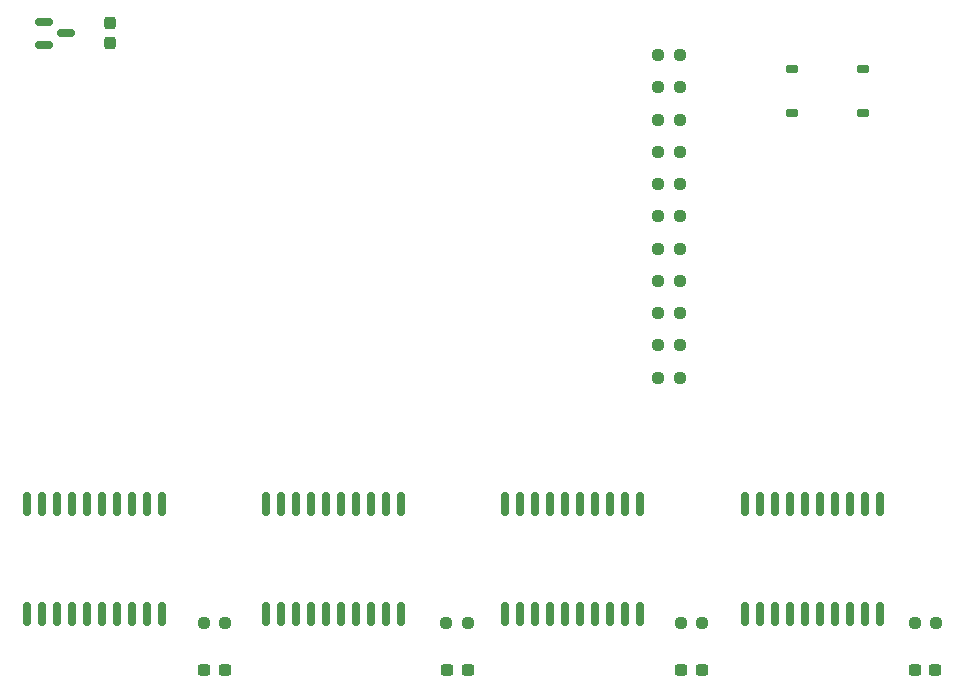
<source format=gbr>
%TF.GenerationSoftware,KiCad,Pcbnew,7.0.10-1.fc39*%
%TF.CreationDate,2024-01-29T11:06:26+02:00*%
%TF.ProjectId,AppleVGA,4170706c-6556-4474-912e-6b696361645f,B*%
%TF.SameCoordinates,Original*%
%TF.FileFunction,Paste,Top*%
%TF.FilePolarity,Positive*%
%FSLAX46Y46*%
G04 Gerber Fmt 4.6, Leading zero omitted, Abs format (unit mm)*
G04 Created by KiCad (PCBNEW 7.0.10-1.fc39) date 2024-01-29 11:06:26*
%MOMM*%
%LPD*%
G01*
G04 APERTURE LIST*
G04 Aperture macros list*
%AMRoundRect*
0 Rectangle with rounded corners*
0 $1 Rounding radius*
0 $2 $3 $4 $5 $6 $7 $8 $9 X,Y pos of 4 corners*
0 Add a 4 corners polygon primitive as box body*
4,1,4,$2,$3,$4,$5,$6,$7,$8,$9,$2,$3,0*
0 Add four circle primitives for the rounded corners*
1,1,$1+$1,$2,$3*
1,1,$1+$1,$4,$5*
1,1,$1+$1,$6,$7*
1,1,$1+$1,$8,$9*
0 Add four rect primitives between the rounded corners*
20,1,$1+$1,$2,$3,$4,$5,0*
20,1,$1+$1,$4,$5,$6,$7,0*
20,1,$1+$1,$6,$7,$8,$9,0*
20,1,$1+$1,$8,$9,$2,$3,0*%
G04 Aperture macros list end*
%ADD10RoundRect,0.237500X-0.250000X-0.237500X0.250000X-0.237500X0.250000X0.237500X-0.250000X0.237500X0*%
%ADD11RoundRect,0.237500X0.237500X-0.287500X0.237500X0.287500X-0.237500X0.287500X-0.237500X-0.287500X0*%
%ADD12RoundRect,0.187500X-0.312500X-0.187500X0.312500X-0.187500X0.312500X0.187500X-0.312500X0.187500X0*%
%ADD13RoundRect,0.150000X-0.150000X0.875000X-0.150000X-0.875000X0.150000X-0.875000X0.150000X0.875000X0*%
%ADD14RoundRect,0.237500X0.300000X0.237500X-0.300000X0.237500X-0.300000X-0.237500X0.300000X-0.237500X0*%
%ADD15RoundRect,0.237500X0.250000X0.237500X-0.250000X0.237500X-0.250000X-0.237500X0.250000X-0.237500X0*%
%ADD16RoundRect,0.150000X-0.587500X-0.150000X0.587500X-0.150000X0.587500X0.150000X-0.587500X0.150000X0*%
G04 APERTURE END LIST*
D10*
%TO.C,R6*%
X139192000Y-82867500D03*
X141017000Y-82867500D03*
%TD*%
%TO.C,R7*%
X139192000Y-85598000D03*
X141017000Y-85598000D03*
%TD*%
%TO.C,R14*%
X139192000Y-74676000D03*
X141017000Y-74676000D03*
%TD*%
%TO.C,R13*%
X139192000Y-71945500D03*
X141017000Y-71945500D03*
%TD*%
%TO.C,R11*%
X139192000Y-96520000D03*
X141017000Y-96520000D03*
%TD*%
%TO.C,R12*%
X139192000Y-99250500D03*
X141017000Y-99250500D03*
%TD*%
%TO.C,R10*%
X139192000Y-93789500D03*
X141017000Y-93789500D03*
%TD*%
%TO.C,R8*%
X139192000Y-88328500D03*
X141017000Y-88328500D03*
%TD*%
%TO.C,R9*%
X139192000Y-91059000D03*
X141017000Y-91059000D03*
%TD*%
D11*
%TO.C,D1*%
X92760085Y-70956500D03*
X92760085Y-69206500D03*
%TD*%
D12*
%TO.C,SW1*%
X150514800Y-73090800D03*
X156514800Y-73090800D03*
X150514800Y-76840800D03*
X156514800Y-76840800D03*
%TD*%
D13*
%TO.C,U1*%
X137668000Y-109954800D03*
X136398000Y-109954800D03*
X135128000Y-109954800D03*
X133858000Y-109954800D03*
X132588000Y-109954800D03*
X131318000Y-109954800D03*
X130048000Y-109954800D03*
X128778000Y-109954800D03*
X127508000Y-109954800D03*
X126238000Y-109954800D03*
X126238000Y-119254800D03*
X127508000Y-119254800D03*
X128778000Y-119254800D03*
X130048000Y-119254800D03*
X131318000Y-119254800D03*
X132588000Y-119254800D03*
X133858000Y-119254800D03*
X135128000Y-119254800D03*
X136398000Y-119254800D03*
X137668000Y-119254800D03*
%TD*%
%TO.C,U3*%
X97129600Y-109954800D03*
X95859600Y-109954800D03*
X94589600Y-109954800D03*
X93319600Y-109954800D03*
X92049600Y-109954800D03*
X90779600Y-109954800D03*
X89509600Y-109954800D03*
X88239600Y-109954800D03*
X86969600Y-109954800D03*
X85699600Y-109954800D03*
X85699600Y-119254800D03*
X86969600Y-119254800D03*
X88239600Y-119254800D03*
X89509600Y-119254800D03*
X90779600Y-119254800D03*
X92049600Y-119254800D03*
X93319600Y-119254800D03*
X94589600Y-119254800D03*
X95859600Y-119254800D03*
X97129600Y-119254800D03*
%TD*%
%TO.C,U2*%
X117398800Y-109954800D03*
X116128800Y-109954800D03*
X114858800Y-109954800D03*
X113588800Y-109954800D03*
X112318800Y-109954800D03*
X111048800Y-109954800D03*
X109778800Y-109954800D03*
X108508800Y-109954800D03*
X107238800Y-109954800D03*
X105968800Y-109954800D03*
X105968800Y-119254800D03*
X107238800Y-119254800D03*
X108508800Y-119254800D03*
X109778800Y-119254800D03*
X111048800Y-119254800D03*
X112318800Y-119254800D03*
X113588800Y-119254800D03*
X114858800Y-119254800D03*
X116128800Y-119254800D03*
X117398800Y-119254800D03*
%TD*%
%TO.C,U4*%
X157937200Y-109954800D03*
X156667200Y-109954800D03*
X155397200Y-109954800D03*
X154127200Y-109954800D03*
X152857200Y-109954800D03*
X151587200Y-109954800D03*
X150317200Y-109954800D03*
X149047200Y-109954800D03*
X147777200Y-109954800D03*
X146507200Y-109954800D03*
X146507200Y-119254800D03*
X147777200Y-119254800D03*
X149047200Y-119254800D03*
X150317200Y-119254800D03*
X151587200Y-119254800D03*
X152857200Y-119254800D03*
X154127200Y-119254800D03*
X155397200Y-119254800D03*
X156667200Y-119254800D03*
X157937200Y-119254800D03*
%TD*%
D14*
%TO.C,C3*%
X102462500Y-124000000D03*
X100737500Y-124000000D03*
%TD*%
%TO.C,C1*%
X142862500Y-124000000D03*
X141137500Y-124000000D03*
%TD*%
D10*
%TO.C,R5*%
X139192000Y-80137000D03*
X141017000Y-80137000D03*
%TD*%
%TO.C,R4*%
X139192000Y-77406500D03*
X141017000Y-77406500D03*
%TD*%
D15*
%TO.C,R1*%
X142912500Y-120000000D03*
X141087500Y-120000000D03*
%TD*%
%TO.C,R15*%
X162708600Y-120000000D03*
X160883600Y-120000000D03*
%TD*%
D14*
%TO.C,C2*%
X123037600Y-124000000D03*
X121312600Y-124000000D03*
%TD*%
D16*
%TO.C,Q1*%
X87200500Y-69154000D03*
X87200500Y-71054000D03*
X89075500Y-70104000D03*
%TD*%
D15*
%TO.C,R3*%
X102512500Y-120000000D03*
X100687500Y-120000000D03*
%TD*%
D14*
%TO.C,C4*%
X162609700Y-124000000D03*
X160884700Y-124000000D03*
%TD*%
D15*
%TO.C,R2*%
X123037600Y-120000000D03*
X121212600Y-120000000D03*
%TD*%
M02*

</source>
